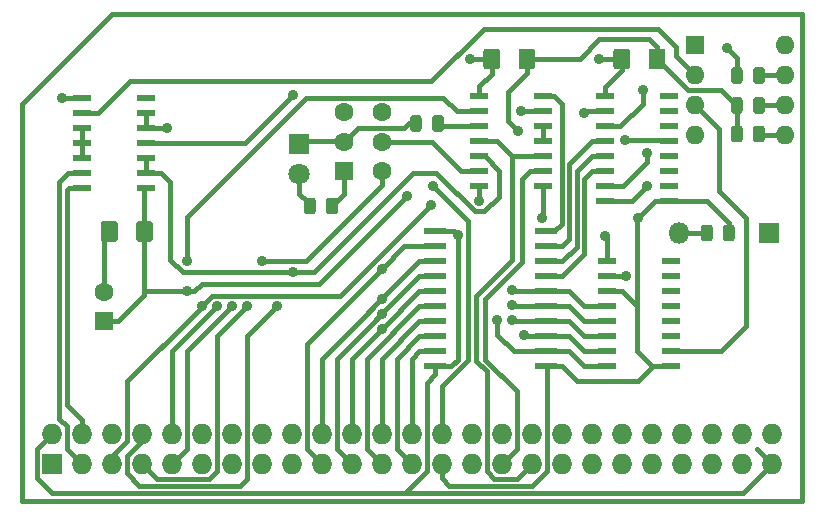
<source format=gbl>
G04 #@! TF.GenerationSoftware,KiCad,Pcbnew,5.0.2+dfsg1-1*
G04 #@! TF.CreationDate,2021-01-23T15:11:15+01:00*
G04 #@! TF.ProjectId,ramcard,72616d63-6172-4642-9e6b-696361645f70,2021*
G04 #@! TF.SameCoordinates,Original*
G04 #@! TF.FileFunction,Copper,L2,Bot*
G04 #@! TF.FilePolarity,Positive*
%FSLAX46Y46*%
G04 Gerber Fmt 4.6, Leading zero omitted, Abs format (unit mm)*
G04 Created by KiCad (PCBNEW 5.0.2+dfsg1-1) date sam. 23 janv. 2021 15:11:15 CET*
%MOMM*%
%LPD*%
G01*
G04 APERTURE LIST*
G04 #@! TA.AperFunction,NonConductor*
%ADD10C,0.381000*%
G04 #@! TD*
G04 #@! TA.AperFunction,ComponentPad*
%ADD11R,1.600000X1.600000*%
G04 #@! TD*
G04 #@! TA.AperFunction,ComponentPad*
%ADD12O,1.600000X1.600000*%
G04 #@! TD*
G04 #@! TA.AperFunction,Conductor*
%ADD13C,0.150000*%
G04 #@! TD*
G04 #@! TA.AperFunction,SMDPad,CuDef*
%ADD14C,0.975000*%
G04 #@! TD*
G04 #@! TA.AperFunction,ComponentPad*
%ADD15C,1.600000*%
G04 #@! TD*
G04 #@! TA.AperFunction,SMDPad,CuDef*
%ADD16R,1.950000X0.600000*%
G04 #@! TD*
G04 #@! TA.AperFunction,SMDPad,CuDef*
%ADD17R,1.500000X0.600000*%
G04 #@! TD*
G04 #@! TA.AperFunction,ComponentPad*
%ADD18R,1.727200X1.727200*%
G04 #@! TD*
G04 #@! TA.AperFunction,ComponentPad*
%ADD19O,1.727200X1.727200*%
G04 #@! TD*
G04 #@! TA.AperFunction,SMDPad,CuDef*
%ADD20C,1.425000*%
G04 #@! TD*
G04 #@! TA.AperFunction,ComponentPad*
%ADD21R,1.800000X1.800000*%
G04 #@! TD*
G04 #@! TA.AperFunction,ComponentPad*
%ADD22C,1.800000*%
G04 #@! TD*
G04 #@! TA.AperFunction,ComponentPad*
%ADD23O,1.800000X1.800000*%
G04 #@! TD*
G04 #@! TA.AperFunction,ViaPad*
%ADD24C,0.889000*%
G04 #@! TD*
G04 #@! TA.AperFunction,Conductor*
%ADD25C,0.381000*%
G04 #@! TD*
G04 APERTURE END LIST*
D10*
X45593000Y-33782000D02*
X53213000Y-26162000D01*
X53213000Y-26162000D02*
X111633000Y-26162000D01*
X45593000Y-33782000D02*
X45593000Y-67437000D01*
X45593000Y-67437000D02*
X111633000Y-67437000D01*
X111633000Y-67437000D02*
X111633000Y-26162000D01*
D11*
G04 #@! TO.P,SW2,1*
G04 #@! TO.N,N/C*
X102616000Y-28829000D03*
D12*
G04 #@! TO.P,SW2,5*
G04 #@! TO.N,/R7EN*
X110236000Y-36449000D03*
G04 #@! TO.P,SW2,2*
G04 #@! TO.N,/A14A15*
X102616000Y-31369000D03*
G04 #@! TO.P,SW2,6*
G04 #@! TO.N,/R0EN*
X110236000Y-33909000D03*
G04 #@! TO.P,SW2,3*
G04 #@! TO.N,Net-(SW2-Pad3)*
X102616000Y-33909000D03*
G04 #@! TO.P,SW2,7*
G04 #@! TO.N,/SWACC*
X110236000Y-31369000D03*
G04 #@! TO.P,SW2,4*
G04 #@! TO.N,Net-(SW2-Pad4)*
X102616000Y-36449000D03*
G04 #@! TO.P,SW2,8*
G04 #@! TO.N,N/C*
X110236000Y-28829000D03*
G04 #@! TD*
D13*
G04 #@! TO.N,/R0EN*
G04 #@! TO.C,R5*
G36*
X108266142Y-33210174D02*
X108289803Y-33213684D01*
X108313007Y-33219496D01*
X108335529Y-33227554D01*
X108357153Y-33237782D01*
X108377670Y-33250079D01*
X108396883Y-33264329D01*
X108414607Y-33280393D01*
X108430671Y-33298117D01*
X108444921Y-33317330D01*
X108457218Y-33337847D01*
X108467446Y-33359471D01*
X108475504Y-33381993D01*
X108481316Y-33405197D01*
X108484826Y-33428858D01*
X108486000Y-33452750D01*
X108486000Y-34365250D01*
X108484826Y-34389142D01*
X108481316Y-34412803D01*
X108475504Y-34436007D01*
X108467446Y-34458529D01*
X108457218Y-34480153D01*
X108444921Y-34500670D01*
X108430671Y-34519883D01*
X108414607Y-34537607D01*
X108396883Y-34553671D01*
X108377670Y-34567921D01*
X108357153Y-34580218D01*
X108335529Y-34590446D01*
X108313007Y-34598504D01*
X108289803Y-34604316D01*
X108266142Y-34607826D01*
X108242250Y-34609000D01*
X107754750Y-34609000D01*
X107730858Y-34607826D01*
X107707197Y-34604316D01*
X107683993Y-34598504D01*
X107661471Y-34590446D01*
X107639847Y-34580218D01*
X107619330Y-34567921D01*
X107600117Y-34553671D01*
X107582393Y-34537607D01*
X107566329Y-34519883D01*
X107552079Y-34500670D01*
X107539782Y-34480153D01*
X107529554Y-34458529D01*
X107521496Y-34436007D01*
X107515684Y-34412803D01*
X107512174Y-34389142D01*
X107511000Y-34365250D01*
X107511000Y-33452750D01*
X107512174Y-33428858D01*
X107515684Y-33405197D01*
X107521496Y-33381993D01*
X107529554Y-33359471D01*
X107539782Y-33337847D01*
X107552079Y-33317330D01*
X107566329Y-33298117D01*
X107582393Y-33280393D01*
X107600117Y-33264329D01*
X107619330Y-33250079D01*
X107639847Y-33237782D01*
X107661471Y-33227554D01*
X107683993Y-33219496D01*
X107707197Y-33213684D01*
X107730858Y-33210174D01*
X107754750Y-33209000D01*
X108242250Y-33209000D01*
X108266142Y-33210174D01*
X108266142Y-33210174D01*
G37*
D14*
G04 #@! TD*
G04 #@! TO.P,R5,1*
G04 #@! TO.N,/R0EN*
X107998500Y-33909000D03*
D13*
G04 #@! TO.N,VCC*
G04 #@! TO.C,R5*
G36*
X106391142Y-33210174D02*
X106414803Y-33213684D01*
X106438007Y-33219496D01*
X106460529Y-33227554D01*
X106482153Y-33237782D01*
X106502670Y-33250079D01*
X106521883Y-33264329D01*
X106539607Y-33280393D01*
X106555671Y-33298117D01*
X106569921Y-33317330D01*
X106582218Y-33337847D01*
X106592446Y-33359471D01*
X106600504Y-33381993D01*
X106606316Y-33405197D01*
X106609826Y-33428858D01*
X106611000Y-33452750D01*
X106611000Y-34365250D01*
X106609826Y-34389142D01*
X106606316Y-34412803D01*
X106600504Y-34436007D01*
X106592446Y-34458529D01*
X106582218Y-34480153D01*
X106569921Y-34500670D01*
X106555671Y-34519883D01*
X106539607Y-34537607D01*
X106521883Y-34553671D01*
X106502670Y-34567921D01*
X106482153Y-34580218D01*
X106460529Y-34590446D01*
X106438007Y-34598504D01*
X106414803Y-34604316D01*
X106391142Y-34607826D01*
X106367250Y-34609000D01*
X105879750Y-34609000D01*
X105855858Y-34607826D01*
X105832197Y-34604316D01*
X105808993Y-34598504D01*
X105786471Y-34590446D01*
X105764847Y-34580218D01*
X105744330Y-34567921D01*
X105725117Y-34553671D01*
X105707393Y-34537607D01*
X105691329Y-34519883D01*
X105677079Y-34500670D01*
X105664782Y-34480153D01*
X105654554Y-34458529D01*
X105646496Y-34436007D01*
X105640684Y-34412803D01*
X105637174Y-34389142D01*
X105636000Y-34365250D01*
X105636000Y-33452750D01*
X105637174Y-33428858D01*
X105640684Y-33405197D01*
X105646496Y-33381993D01*
X105654554Y-33359471D01*
X105664782Y-33337847D01*
X105677079Y-33317330D01*
X105691329Y-33298117D01*
X105707393Y-33280393D01*
X105725117Y-33264329D01*
X105744330Y-33250079D01*
X105764847Y-33237782D01*
X105786471Y-33227554D01*
X105808993Y-33219496D01*
X105832197Y-33213684D01*
X105855858Y-33210174D01*
X105879750Y-33209000D01*
X106367250Y-33209000D01*
X106391142Y-33210174D01*
X106391142Y-33210174D01*
G37*
D14*
G04 #@! TD*
G04 #@! TO.P,R5,2*
G04 #@! TO.N,VCC*
X106123500Y-33909000D03*
D13*
G04 #@! TO.N,/R7EN*
G04 #@! TO.C,R6*
G36*
X108266142Y-35623174D02*
X108289803Y-35626684D01*
X108313007Y-35632496D01*
X108335529Y-35640554D01*
X108357153Y-35650782D01*
X108377670Y-35663079D01*
X108396883Y-35677329D01*
X108414607Y-35693393D01*
X108430671Y-35711117D01*
X108444921Y-35730330D01*
X108457218Y-35750847D01*
X108467446Y-35772471D01*
X108475504Y-35794993D01*
X108481316Y-35818197D01*
X108484826Y-35841858D01*
X108486000Y-35865750D01*
X108486000Y-36778250D01*
X108484826Y-36802142D01*
X108481316Y-36825803D01*
X108475504Y-36849007D01*
X108467446Y-36871529D01*
X108457218Y-36893153D01*
X108444921Y-36913670D01*
X108430671Y-36932883D01*
X108414607Y-36950607D01*
X108396883Y-36966671D01*
X108377670Y-36980921D01*
X108357153Y-36993218D01*
X108335529Y-37003446D01*
X108313007Y-37011504D01*
X108289803Y-37017316D01*
X108266142Y-37020826D01*
X108242250Y-37022000D01*
X107754750Y-37022000D01*
X107730858Y-37020826D01*
X107707197Y-37017316D01*
X107683993Y-37011504D01*
X107661471Y-37003446D01*
X107639847Y-36993218D01*
X107619330Y-36980921D01*
X107600117Y-36966671D01*
X107582393Y-36950607D01*
X107566329Y-36932883D01*
X107552079Y-36913670D01*
X107539782Y-36893153D01*
X107529554Y-36871529D01*
X107521496Y-36849007D01*
X107515684Y-36825803D01*
X107512174Y-36802142D01*
X107511000Y-36778250D01*
X107511000Y-35865750D01*
X107512174Y-35841858D01*
X107515684Y-35818197D01*
X107521496Y-35794993D01*
X107529554Y-35772471D01*
X107539782Y-35750847D01*
X107552079Y-35730330D01*
X107566329Y-35711117D01*
X107582393Y-35693393D01*
X107600117Y-35677329D01*
X107619330Y-35663079D01*
X107639847Y-35650782D01*
X107661471Y-35640554D01*
X107683993Y-35632496D01*
X107707197Y-35626684D01*
X107730858Y-35623174D01*
X107754750Y-35622000D01*
X108242250Y-35622000D01*
X108266142Y-35623174D01*
X108266142Y-35623174D01*
G37*
D14*
G04 #@! TD*
G04 #@! TO.P,R6,1*
G04 #@! TO.N,/R7EN*
X107998500Y-36322000D03*
D13*
G04 #@! TO.N,VCC*
G04 #@! TO.C,R6*
G36*
X106391142Y-35623174D02*
X106414803Y-35626684D01*
X106438007Y-35632496D01*
X106460529Y-35640554D01*
X106482153Y-35650782D01*
X106502670Y-35663079D01*
X106521883Y-35677329D01*
X106539607Y-35693393D01*
X106555671Y-35711117D01*
X106569921Y-35730330D01*
X106582218Y-35750847D01*
X106592446Y-35772471D01*
X106600504Y-35794993D01*
X106606316Y-35818197D01*
X106609826Y-35841858D01*
X106611000Y-35865750D01*
X106611000Y-36778250D01*
X106609826Y-36802142D01*
X106606316Y-36825803D01*
X106600504Y-36849007D01*
X106592446Y-36871529D01*
X106582218Y-36893153D01*
X106569921Y-36913670D01*
X106555671Y-36932883D01*
X106539607Y-36950607D01*
X106521883Y-36966671D01*
X106502670Y-36980921D01*
X106482153Y-36993218D01*
X106460529Y-37003446D01*
X106438007Y-37011504D01*
X106414803Y-37017316D01*
X106391142Y-37020826D01*
X106367250Y-37022000D01*
X105879750Y-37022000D01*
X105855858Y-37020826D01*
X105832197Y-37017316D01*
X105808993Y-37011504D01*
X105786471Y-37003446D01*
X105764847Y-36993218D01*
X105744330Y-36980921D01*
X105725117Y-36966671D01*
X105707393Y-36950607D01*
X105691329Y-36932883D01*
X105677079Y-36913670D01*
X105664782Y-36893153D01*
X105654554Y-36871529D01*
X105646496Y-36849007D01*
X105640684Y-36825803D01*
X105637174Y-36802142D01*
X105636000Y-36778250D01*
X105636000Y-35865750D01*
X105637174Y-35841858D01*
X105640684Y-35818197D01*
X105646496Y-35794993D01*
X105654554Y-35772471D01*
X105664782Y-35750847D01*
X105677079Y-35730330D01*
X105691329Y-35711117D01*
X105707393Y-35693393D01*
X105725117Y-35677329D01*
X105744330Y-35663079D01*
X105764847Y-35650782D01*
X105786471Y-35640554D01*
X105808993Y-35632496D01*
X105832197Y-35626684D01*
X105855858Y-35623174D01*
X105879750Y-35622000D01*
X106367250Y-35622000D01*
X106391142Y-35623174D01*
X106391142Y-35623174D01*
G37*
D14*
G04 #@! TD*
G04 #@! TO.P,R6,2*
G04 #@! TO.N,VCC*
X106123500Y-36322000D03*
D13*
G04 #@! TO.N,GND*
G04 #@! TO.C,R2*
G36*
X106391142Y-30670174D02*
X106414803Y-30673684D01*
X106438007Y-30679496D01*
X106460529Y-30687554D01*
X106482153Y-30697782D01*
X106502670Y-30710079D01*
X106521883Y-30724329D01*
X106539607Y-30740393D01*
X106555671Y-30758117D01*
X106569921Y-30777330D01*
X106582218Y-30797847D01*
X106592446Y-30819471D01*
X106600504Y-30841993D01*
X106606316Y-30865197D01*
X106609826Y-30888858D01*
X106611000Y-30912750D01*
X106611000Y-31825250D01*
X106609826Y-31849142D01*
X106606316Y-31872803D01*
X106600504Y-31896007D01*
X106592446Y-31918529D01*
X106582218Y-31940153D01*
X106569921Y-31960670D01*
X106555671Y-31979883D01*
X106539607Y-31997607D01*
X106521883Y-32013671D01*
X106502670Y-32027921D01*
X106482153Y-32040218D01*
X106460529Y-32050446D01*
X106438007Y-32058504D01*
X106414803Y-32064316D01*
X106391142Y-32067826D01*
X106367250Y-32069000D01*
X105879750Y-32069000D01*
X105855858Y-32067826D01*
X105832197Y-32064316D01*
X105808993Y-32058504D01*
X105786471Y-32050446D01*
X105764847Y-32040218D01*
X105744330Y-32027921D01*
X105725117Y-32013671D01*
X105707393Y-31997607D01*
X105691329Y-31979883D01*
X105677079Y-31960670D01*
X105664782Y-31940153D01*
X105654554Y-31918529D01*
X105646496Y-31896007D01*
X105640684Y-31872803D01*
X105637174Y-31849142D01*
X105636000Y-31825250D01*
X105636000Y-30912750D01*
X105637174Y-30888858D01*
X105640684Y-30865197D01*
X105646496Y-30841993D01*
X105654554Y-30819471D01*
X105664782Y-30797847D01*
X105677079Y-30777330D01*
X105691329Y-30758117D01*
X105707393Y-30740393D01*
X105725117Y-30724329D01*
X105744330Y-30710079D01*
X105764847Y-30697782D01*
X105786471Y-30687554D01*
X105808993Y-30679496D01*
X105832197Y-30673684D01*
X105855858Y-30670174D01*
X105879750Y-30669000D01*
X106367250Y-30669000D01*
X106391142Y-30670174D01*
X106391142Y-30670174D01*
G37*
D14*
G04 #@! TD*
G04 #@! TO.P,R2,2*
G04 #@! TO.N,GND*
X106123500Y-31369000D03*
D13*
G04 #@! TO.N,/SWACC*
G04 #@! TO.C,R2*
G36*
X108266142Y-30670174D02*
X108289803Y-30673684D01*
X108313007Y-30679496D01*
X108335529Y-30687554D01*
X108357153Y-30697782D01*
X108377670Y-30710079D01*
X108396883Y-30724329D01*
X108414607Y-30740393D01*
X108430671Y-30758117D01*
X108444921Y-30777330D01*
X108457218Y-30797847D01*
X108467446Y-30819471D01*
X108475504Y-30841993D01*
X108481316Y-30865197D01*
X108484826Y-30888858D01*
X108486000Y-30912750D01*
X108486000Y-31825250D01*
X108484826Y-31849142D01*
X108481316Y-31872803D01*
X108475504Y-31896007D01*
X108467446Y-31918529D01*
X108457218Y-31940153D01*
X108444921Y-31960670D01*
X108430671Y-31979883D01*
X108414607Y-31997607D01*
X108396883Y-32013671D01*
X108377670Y-32027921D01*
X108357153Y-32040218D01*
X108335529Y-32050446D01*
X108313007Y-32058504D01*
X108289803Y-32064316D01*
X108266142Y-32067826D01*
X108242250Y-32069000D01*
X107754750Y-32069000D01*
X107730858Y-32067826D01*
X107707197Y-32064316D01*
X107683993Y-32058504D01*
X107661471Y-32050446D01*
X107639847Y-32040218D01*
X107619330Y-32027921D01*
X107600117Y-32013671D01*
X107582393Y-31997607D01*
X107566329Y-31979883D01*
X107552079Y-31960670D01*
X107539782Y-31940153D01*
X107529554Y-31918529D01*
X107521496Y-31896007D01*
X107515684Y-31872803D01*
X107512174Y-31849142D01*
X107511000Y-31825250D01*
X107511000Y-30912750D01*
X107512174Y-30888858D01*
X107515684Y-30865197D01*
X107521496Y-30841993D01*
X107529554Y-30819471D01*
X107539782Y-30797847D01*
X107552079Y-30777330D01*
X107566329Y-30758117D01*
X107582393Y-30740393D01*
X107600117Y-30724329D01*
X107619330Y-30710079D01*
X107639847Y-30697782D01*
X107661471Y-30687554D01*
X107683993Y-30679496D01*
X107707197Y-30673684D01*
X107730858Y-30670174D01*
X107754750Y-30669000D01*
X108242250Y-30669000D01*
X108266142Y-30670174D01*
X108266142Y-30670174D01*
G37*
D14*
G04 #@! TD*
G04 #@! TO.P,R2,1*
G04 #@! TO.N,/SWACC*
X107998500Y-31369000D03*
D13*
G04 #@! TO.N,Net-(D1-Pad2)*
G04 #@! TO.C,R1*
G36*
X70244642Y-41719174D02*
X70268303Y-41722684D01*
X70291507Y-41728496D01*
X70314029Y-41736554D01*
X70335653Y-41746782D01*
X70356170Y-41759079D01*
X70375383Y-41773329D01*
X70393107Y-41789393D01*
X70409171Y-41807117D01*
X70423421Y-41826330D01*
X70435718Y-41846847D01*
X70445946Y-41868471D01*
X70454004Y-41890993D01*
X70459816Y-41914197D01*
X70463326Y-41937858D01*
X70464500Y-41961750D01*
X70464500Y-42874250D01*
X70463326Y-42898142D01*
X70459816Y-42921803D01*
X70454004Y-42945007D01*
X70445946Y-42967529D01*
X70435718Y-42989153D01*
X70423421Y-43009670D01*
X70409171Y-43028883D01*
X70393107Y-43046607D01*
X70375383Y-43062671D01*
X70356170Y-43076921D01*
X70335653Y-43089218D01*
X70314029Y-43099446D01*
X70291507Y-43107504D01*
X70268303Y-43113316D01*
X70244642Y-43116826D01*
X70220750Y-43118000D01*
X69733250Y-43118000D01*
X69709358Y-43116826D01*
X69685697Y-43113316D01*
X69662493Y-43107504D01*
X69639971Y-43099446D01*
X69618347Y-43089218D01*
X69597830Y-43076921D01*
X69578617Y-43062671D01*
X69560893Y-43046607D01*
X69544829Y-43028883D01*
X69530579Y-43009670D01*
X69518282Y-42989153D01*
X69508054Y-42967529D01*
X69499996Y-42945007D01*
X69494184Y-42921803D01*
X69490674Y-42898142D01*
X69489500Y-42874250D01*
X69489500Y-41961750D01*
X69490674Y-41937858D01*
X69494184Y-41914197D01*
X69499996Y-41890993D01*
X69508054Y-41868471D01*
X69518282Y-41846847D01*
X69530579Y-41826330D01*
X69544829Y-41807117D01*
X69560893Y-41789393D01*
X69578617Y-41773329D01*
X69597830Y-41759079D01*
X69618347Y-41746782D01*
X69639971Y-41736554D01*
X69662493Y-41728496D01*
X69685697Y-41722684D01*
X69709358Y-41719174D01*
X69733250Y-41718000D01*
X70220750Y-41718000D01*
X70244642Y-41719174D01*
X70244642Y-41719174D01*
G37*
D14*
G04 #@! TD*
G04 #@! TO.P,R1,2*
G04 #@! TO.N,Net-(D1-Pad2)*
X69977000Y-42418000D03*
D13*
G04 #@! TO.N,VCC*
G04 #@! TO.C,R1*
G36*
X72119642Y-41719174D02*
X72143303Y-41722684D01*
X72166507Y-41728496D01*
X72189029Y-41736554D01*
X72210653Y-41746782D01*
X72231170Y-41759079D01*
X72250383Y-41773329D01*
X72268107Y-41789393D01*
X72284171Y-41807117D01*
X72298421Y-41826330D01*
X72310718Y-41846847D01*
X72320946Y-41868471D01*
X72329004Y-41890993D01*
X72334816Y-41914197D01*
X72338326Y-41937858D01*
X72339500Y-41961750D01*
X72339500Y-42874250D01*
X72338326Y-42898142D01*
X72334816Y-42921803D01*
X72329004Y-42945007D01*
X72320946Y-42967529D01*
X72310718Y-42989153D01*
X72298421Y-43009670D01*
X72284171Y-43028883D01*
X72268107Y-43046607D01*
X72250383Y-43062671D01*
X72231170Y-43076921D01*
X72210653Y-43089218D01*
X72189029Y-43099446D01*
X72166507Y-43107504D01*
X72143303Y-43113316D01*
X72119642Y-43116826D01*
X72095750Y-43118000D01*
X71608250Y-43118000D01*
X71584358Y-43116826D01*
X71560697Y-43113316D01*
X71537493Y-43107504D01*
X71514971Y-43099446D01*
X71493347Y-43089218D01*
X71472830Y-43076921D01*
X71453617Y-43062671D01*
X71435893Y-43046607D01*
X71419829Y-43028883D01*
X71405579Y-43009670D01*
X71393282Y-42989153D01*
X71383054Y-42967529D01*
X71374996Y-42945007D01*
X71369184Y-42921803D01*
X71365674Y-42898142D01*
X71364500Y-42874250D01*
X71364500Y-41961750D01*
X71365674Y-41937858D01*
X71369184Y-41914197D01*
X71374996Y-41890993D01*
X71383054Y-41868471D01*
X71393282Y-41846847D01*
X71405579Y-41826330D01*
X71419829Y-41807117D01*
X71435893Y-41789393D01*
X71453617Y-41773329D01*
X71472830Y-41759079D01*
X71493347Y-41746782D01*
X71514971Y-41736554D01*
X71537493Y-41728496D01*
X71560697Y-41722684D01*
X71584358Y-41719174D01*
X71608250Y-41718000D01*
X72095750Y-41718000D01*
X72119642Y-41719174D01*
X72119642Y-41719174D01*
G37*
D14*
G04 #@! TD*
G04 #@! TO.P,R1,1*
G04 #@! TO.N,VCC*
X71852000Y-42418000D03*
D13*
G04 #@! TO.N,VCC*
G04 #@! TO.C,R4*
G36*
X105726142Y-44005174D02*
X105749803Y-44008684D01*
X105773007Y-44014496D01*
X105795529Y-44022554D01*
X105817153Y-44032782D01*
X105837670Y-44045079D01*
X105856883Y-44059329D01*
X105874607Y-44075393D01*
X105890671Y-44093117D01*
X105904921Y-44112330D01*
X105917218Y-44132847D01*
X105927446Y-44154471D01*
X105935504Y-44176993D01*
X105941316Y-44200197D01*
X105944826Y-44223858D01*
X105946000Y-44247750D01*
X105946000Y-45160250D01*
X105944826Y-45184142D01*
X105941316Y-45207803D01*
X105935504Y-45231007D01*
X105927446Y-45253529D01*
X105917218Y-45275153D01*
X105904921Y-45295670D01*
X105890671Y-45314883D01*
X105874607Y-45332607D01*
X105856883Y-45348671D01*
X105837670Y-45362921D01*
X105817153Y-45375218D01*
X105795529Y-45385446D01*
X105773007Y-45393504D01*
X105749803Y-45399316D01*
X105726142Y-45402826D01*
X105702250Y-45404000D01*
X105214750Y-45404000D01*
X105190858Y-45402826D01*
X105167197Y-45399316D01*
X105143993Y-45393504D01*
X105121471Y-45385446D01*
X105099847Y-45375218D01*
X105079330Y-45362921D01*
X105060117Y-45348671D01*
X105042393Y-45332607D01*
X105026329Y-45314883D01*
X105012079Y-45295670D01*
X104999782Y-45275153D01*
X104989554Y-45253529D01*
X104981496Y-45231007D01*
X104975684Y-45207803D01*
X104972174Y-45184142D01*
X104971000Y-45160250D01*
X104971000Y-44247750D01*
X104972174Y-44223858D01*
X104975684Y-44200197D01*
X104981496Y-44176993D01*
X104989554Y-44154471D01*
X104999782Y-44132847D01*
X105012079Y-44112330D01*
X105026329Y-44093117D01*
X105042393Y-44075393D01*
X105060117Y-44059329D01*
X105079330Y-44045079D01*
X105099847Y-44032782D01*
X105121471Y-44022554D01*
X105143993Y-44014496D01*
X105167197Y-44008684D01*
X105190858Y-44005174D01*
X105214750Y-44004000D01*
X105702250Y-44004000D01*
X105726142Y-44005174D01*
X105726142Y-44005174D01*
G37*
D14*
G04 #@! TD*
G04 #@! TO.P,R4,2*
G04 #@! TO.N,VCC*
X105458500Y-44704000D03*
D13*
G04 #@! TO.N,Net-(D13-Pad2)*
G04 #@! TO.C,R4*
G36*
X103851142Y-44005174D02*
X103874803Y-44008684D01*
X103898007Y-44014496D01*
X103920529Y-44022554D01*
X103942153Y-44032782D01*
X103962670Y-44045079D01*
X103981883Y-44059329D01*
X103999607Y-44075393D01*
X104015671Y-44093117D01*
X104029921Y-44112330D01*
X104042218Y-44132847D01*
X104052446Y-44154471D01*
X104060504Y-44176993D01*
X104066316Y-44200197D01*
X104069826Y-44223858D01*
X104071000Y-44247750D01*
X104071000Y-45160250D01*
X104069826Y-45184142D01*
X104066316Y-45207803D01*
X104060504Y-45231007D01*
X104052446Y-45253529D01*
X104042218Y-45275153D01*
X104029921Y-45295670D01*
X104015671Y-45314883D01*
X103999607Y-45332607D01*
X103981883Y-45348671D01*
X103962670Y-45362921D01*
X103942153Y-45375218D01*
X103920529Y-45385446D01*
X103898007Y-45393504D01*
X103874803Y-45399316D01*
X103851142Y-45402826D01*
X103827250Y-45404000D01*
X103339750Y-45404000D01*
X103315858Y-45402826D01*
X103292197Y-45399316D01*
X103268993Y-45393504D01*
X103246471Y-45385446D01*
X103224847Y-45375218D01*
X103204330Y-45362921D01*
X103185117Y-45348671D01*
X103167393Y-45332607D01*
X103151329Y-45314883D01*
X103137079Y-45295670D01*
X103124782Y-45275153D01*
X103114554Y-45253529D01*
X103106496Y-45231007D01*
X103100684Y-45207803D01*
X103097174Y-45184142D01*
X103096000Y-45160250D01*
X103096000Y-44247750D01*
X103097174Y-44223858D01*
X103100684Y-44200197D01*
X103106496Y-44176993D01*
X103114554Y-44154471D01*
X103124782Y-44132847D01*
X103137079Y-44112330D01*
X103151329Y-44093117D01*
X103167393Y-44075393D01*
X103185117Y-44059329D01*
X103204330Y-44045079D01*
X103224847Y-44032782D01*
X103246471Y-44022554D01*
X103268993Y-44014496D01*
X103292197Y-44008684D01*
X103315858Y-44005174D01*
X103339750Y-44004000D01*
X103827250Y-44004000D01*
X103851142Y-44005174D01*
X103851142Y-44005174D01*
G37*
D14*
G04 #@! TD*
G04 #@! TO.P,R4,1*
G04 #@! TO.N,Net-(D13-Pad2)*
X103583500Y-44704000D03*
D13*
G04 #@! TO.N,Net-(D1-Pad1)*
G04 #@! TO.C,R3*
G36*
X79213142Y-34734174D02*
X79236803Y-34737684D01*
X79260007Y-34743496D01*
X79282529Y-34751554D01*
X79304153Y-34761782D01*
X79324670Y-34774079D01*
X79343883Y-34788329D01*
X79361607Y-34804393D01*
X79377671Y-34822117D01*
X79391921Y-34841330D01*
X79404218Y-34861847D01*
X79414446Y-34883471D01*
X79422504Y-34905993D01*
X79428316Y-34929197D01*
X79431826Y-34952858D01*
X79433000Y-34976750D01*
X79433000Y-35889250D01*
X79431826Y-35913142D01*
X79428316Y-35936803D01*
X79422504Y-35960007D01*
X79414446Y-35982529D01*
X79404218Y-36004153D01*
X79391921Y-36024670D01*
X79377671Y-36043883D01*
X79361607Y-36061607D01*
X79343883Y-36077671D01*
X79324670Y-36091921D01*
X79304153Y-36104218D01*
X79282529Y-36114446D01*
X79260007Y-36122504D01*
X79236803Y-36128316D01*
X79213142Y-36131826D01*
X79189250Y-36133000D01*
X78701750Y-36133000D01*
X78677858Y-36131826D01*
X78654197Y-36128316D01*
X78630993Y-36122504D01*
X78608471Y-36114446D01*
X78586847Y-36104218D01*
X78566330Y-36091921D01*
X78547117Y-36077671D01*
X78529393Y-36061607D01*
X78513329Y-36043883D01*
X78499079Y-36024670D01*
X78486782Y-36004153D01*
X78476554Y-35982529D01*
X78468496Y-35960007D01*
X78462684Y-35936803D01*
X78459174Y-35913142D01*
X78458000Y-35889250D01*
X78458000Y-34976750D01*
X78459174Y-34952858D01*
X78462684Y-34929197D01*
X78468496Y-34905993D01*
X78476554Y-34883471D01*
X78486782Y-34861847D01*
X78499079Y-34841330D01*
X78513329Y-34822117D01*
X78529393Y-34804393D01*
X78547117Y-34788329D01*
X78566330Y-34774079D01*
X78586847Y-34761782D01*
X78608471Y-34751554D01*
X78630993Y-34743496D01*
X78654197Y-34737684D01*
X78677858Y-34734174D01*
X78701750Y-34733000D01*
X79189250Y-34733000D01*
X79213142Y-34734174D01*
X79213142Y-34734174D01*
G37*
D14*
G04 #@! TD*
G04 #@! TO.P,R3,1*
G04 #@! TO.N,Net-(D1-Pad1)*
X78945500Y-35433000D03*
D13*
G04 #@! TO.N,Net-(R3-Pad2)*
G04 #@! TO.C,R3*
G36*
X81088142Y-34734174D02*
X81111803Y-34737684D01*
X81135007Y-34743496D01*
X81157529Y-34751554D01*
X81179153Y-34761782D01*
X81199670Y-34774079D01*
X81218883Y-34788329D01*
X81236607Y-34804393D01*
X81252671Y-34822117D01*
X81266921Y-34841330D01*
X81279218Y-34861847D01*
X81289446Y-34883471D01*
X81297504Y-34905993D01*
X81303316Y-34929197D01*
X81306826Y-34952858D01*
X81308000Y-34976750D01*
X81308000Y-35889250D01*
X81306826Y-35913142D01*
X81303316Y-35936803D01*
X81297504Y-35960007D01*
X81289446Y-35982529D01*
X81279218Y-36004153D01*
X81266921Y-36024670D01*
X81252671Y-36043883D01*
X81236607Y-36061607D01*
X81218883Y-36077671D01*
X81199670Y-36091921D01*
X81179153Y-36104218D01*
X81157529Y-36114446D01*
X81135007Y-36122504D01*
X81111803Y-36128316D01*
X81088142Y-36131826D01*
X81064250Y-36133000D01*
X80576750Y-36133000D01*
X80552858Y-36131826D01*
X80529197Y-36128316D01*
X80505993Y-36122504D01*
X80483471Y-36114446D01*
X80461847Y-36104218D01*
X80441330Y-36091921D01*
X80422117Y-36077671D01*
X80404393Y-36061607D01*
X80388329Y-36043883D01*
X80374079Y-36024670D01*
X80361782Y-36004153D01*
X80351554Y-35982529D01*
X80343496Y-35960007D01*
X80337684Y-35936803D01*
X80334174Y-35913142D01*
X80333000Y-35889250D01*
X80333000Y-34976750D01*
X80334174Y-34952858D01*
X80337684Y-34929197D01*
X80343496Y-34905993D01*
X80351554Y-34883471D01*
X80361782Y-34861847D01*
X80374079Y-34841330D01*
X80388329Y-34822117D01*
X80404393Y-34804393D01*
X80422117Y-34788329D01*
X80441330Y-34774079D01*
X80461847Y-34761782D01*
X80483471Y-34751554D01*
X80505993Y-34743496D01*
X80529197Y-34737684D01*
X80552858Y-34734174D01*
X80576750Y-34733000D01*
X81064250Y-34733000D01*
X81088142Y-34734174D01*
X81088142Y-34734174D01*
G37*
D14*
G04 #@! TD*
G04 #@! TO.P,R3,2*
G04 #@! TO.N,Net-(R3-Pad2)*
X80820500Y-35433000D03*
D11*
G04 #@! TO.P,SW1,1*
G04 #@! TO.N,VCC*
X72898000Y-39497000D03*
D15*
G04 #@! TO.P,SW1,2*
G04 #@! TO.N,Net-(D1-Pad1)*
X72898000Y-36997000D03*
G04 #@! TO.P,SW1,3*
G04 #@! TO.N,GND*
X72898000Y-34497000D03*
G04 #@! TO.P,SW1,4*
G04 #@! TO.N,ROMEN*
X76098000Y-39497000D03*
G04 #@! TO.P,SW1,5*
G04 #@! TO.N,/RDWR*
X76098000Y-36997000D03*
G04 #@! TO.P,SW1,6*
G04 #@! TO.N,MREQ*
X76098000Y-34497000D03*
G04 #@! TD*
D16*
G04 #@! TO.P,U1,1*
G04 #@! TO.N,GND*
X80593000Y-56007000D03*
G04 #@! TO.P,U1,2*
G04 #@! TO.N,/D0*
X80593000Y-54737000D03*
G04 #@! TO.P,U1,3*
G04 #@! TO.N,/D1*
X80593000Y-53467000D03*
G04 #@! TO.P,U1,4*
G04 #@! TO.N,/D2*
X80593000Y-52197000D03*
G04 #@! TO.P,U1,5*
G04 #@! TO.N,/D3*
X80593000Y-50927000D03*
G04 #@! TO.P,U1,6*
G04 #@! TO.N,/D4*
X80593000Y-49657000D03*
G04 #@! TO.P,U1,7*
G04 #@! TO.N,/D5*
X80593000Y-48387000D03*
G04 #@! TO.P,U1,8*
G04 #@! TO.N,/D6*
X80593000Y-47117000D03*
G04 #@! TO.P,U1,9*
G04 #@! TO.N,/D7*
X80593000Y-45847000D03*
G04 #@! TO.P,U1,10*
G04 #@! TO.N,GND*
X80593000Y-44577000D03*
G04 #@! TO.P,U1,11*
G04 #@! TO.N,ROMSEL*
X89993000Y-44577000D03*
G04 #@! TO.P,U1,12*
G04 #@! TO.N,/Q7*
X89993000Y-45847000D03*
G04 #@! TO.P,U1,13*
G04 #@! TO.N,/Q6*
X89993000Y-47117000D03*
G04 #@! TO.P,U1,14*
G04 #@! TO.N,/Q5*
X89993000Y-48387000D03*
G04 #@! TO.P,U1,15*
G04 #@! TO.N,/Q4*
X89993000Y-49657000D03*
G04 #@! TO.P,U1,16*
G04 #@! TO.N,/Q3*
X89993000Y-50927000D03*
G04 #@! TO.P,U1,17*
G04 #@! TO.N,/Q2*
X89993000Y-52197000D03*
G04 #@! TO.P,U1,18*
G04 #@! TO.N,/Q1*
X89993000Y-53467000D03*
G04 #@! TO.P,U1,19*
G04 #@! TO.N,/Q0*
X89993000Y-54737000D03*
G04 #@! TO.P,U1,20*
G04 #@! TO.N,VCC*
X89993000Y-56007000D03*
G04 #@! TD*
D17*
G04 #@! TO.P,U2,1*
G04 #@! TO.N,/ROMACC*
X84328000Y-40767000D03*
G04 #@! TO.P,U2,2*
G04 #@! TO.N,/RDWR*
X84328000Y-39497000D03*
G04 #@! TO.P,U2,3*
G04 #@! TO.N,//CE*
X84328000Y-38227000D03*
G04 #@! TO.P,U2,4*
G04 #@! TO.N,WR*
X84328000Y-36957000D03*
G04 #@! TO.P,U2,5*
G04 #@! TO.N,Net-(R3-Pad2)*
X84328000Y-35687000D03*
G04 #@! TO.P,U2,6*
G04 #@! TO.N,//WE*
X84328000Y-34417000D03*
G04 #@! TO.P,U2,7*
G04 #@! TO.N,GND*
X84328000Y-33147000D03*
G04 #@! TO.P,U2,8*
G04 #@! TO.N,ROMSEL*
X89728000Y-33147000D03*
G04 #@! TO.P,U2,9*
G04 #@! TO.N,/A13*
X89728000Y-34417000D03*
G04 #@! TO.P,U2,10*
G04 #@! TO.N,Net-(U2-Pad10)*
X89728000Y-35687000D03*
G04 #@! TO.P,U2,11*
X89728000Y-36957000D03*
G04 #@! TO.P,U2,12*
G04 #@! TO.N,WR*
X89728000Y-38227000D03*
G04 #@! TO.P,U2,13*
G04 #@! TO.N,IORQ*
X89728000Y-39497000D03*
G04 #@! TO.P,U2,14*
G04 #@! TO.N,VCC*
X89728000Y-40767000D03*
G04 #@! TD*
G04 #@! TO.P,U4,14*
G04 #@! TO.N,VCC*
X56073000Y-40894000D03*
G04 #@! TO.P,U4,13*
G04 #@! TO.N,//CE*
X56073000Y-39624000D03*
G04 #@! TO.P,U4,12*
X56073000Y-38354000D03*
G04 #@! TO.P,U4,11*
G04 #@! TO.N,Net-(D13-Pad2)*
X56073000Y-37084000D03*
G04 #@! TO.P,U4,10*
G04 #@! TO.N,GND*
X56073000Y-35814000D03*
G04 #@! TO.P,U4,9*
X56073000Y-34544000D03*
G04 #@! TO.P,U4,8*
G04 #@! TO.N,N/C*
X56073000Y-33274000D03*
G04 #@! TO.P,U4,7*
G04 #@! TO.N,GND*
X50673000Y-33274000D03*
G04 #@! TO.P,U4,6*
G04 #@! TO.N,/A14A15*
X50673000Y-34544000D03*
G04 #@! TO.P,U4,5*
G04 #@! TO.N,Net-(U4-Pad3)*
X50673000Y-35814000D03*
G04 #@! TO.P,U4,4*
X50673000Y-37084000D03*
G04 #@! TO.P,U4,3*
X50673000Y-38354000D03*
G04 #@! TO.P,U4,2*
G04 #@! TO.N,/A15*
X50673000Y-39624000D03*
G04 #@! TO.P,U4,1*
G04 #@! TO.N,/A14*
X50673000Y-40894000D03*
G04 #@! TD*
G04 #@! TO.P,U5,16*
G04 #@! TO.N,VCC*
X100363000Y-42037000D03*
G04 #@! TO.P,U5,15*
G04 #@! TO.N,N/C*
X100363000Y-40767000D03*
G04 #@! TO.P,U5,14*
X100363000Y-39497000D03*
G04 #@! TO.P,U5,13*
X100363000Y-38227000D03*
G04 #@! TO.P,U5,12*
G04 #@! TO.N,Net-(JP3-Pad1)*
X100363000Y-36957000D03*
G04 #@! TO.P,U5,11*
G04 #@! TO.N,N/C*
X100363000Y-35687000D03*
G04 #@! TO.P,U5,10*
X100363000Y-34417000D03*
G04 #@! TO.P,U5,9*
X100363000Y-33147000D03*
G04 #@! TO.P,U5,8*
G04 #@! TO.N,GND*
X94963000Y-33147000D03*
G04 #@! TO.P,U5,7*
G04 #@! TO.N,Net-(JP4-Pad1)*
X94963000Y-34417000D03*
G04 #@! TO.P,U5,6*
G04 #@! TO.N,/SWACC*
X94963000Y-35687000D03*
G04 #@! TO.P,U5,5*
G04 #@! TO.N,/Q7*
X94963000Y-36957000D03*
G04 #@! TO.P,U5,4*
G04 #@! TO.N,/Q6*
X94963000Y-38227000D03*
G04 #@! TO.P,U5,3*
G04 #@! TO.N,/Q5*
X94963000Y-39497000D03*
G04 #@! TO.P,U5,2*
G04 #@! TO.N,/R0EN*
X94963000Y-40767000D03*
G04 #@! TO.P,U5,1*
G04 #@! TO.N,/R7EN*
X94963000Y-42037000D03*
G04 #@! TD*
D18*
G04 #@! TO.P,P1,1*
G04 #@! TO.N,N/C*
X48133000Y-64262000D03*
D19*
G04 #@! TO.P,P1,2*
G04 #@! TO.N,GND*
X48133000Y-61722000D03*
G04 #@! TO.P,P1,3*
G04 #@! TO.N,/A15*
X50673000Y-64262000D03*
G04 #@! TO.P,P1,4*
G04 #@! TO.N,/A14*
X50673000Y-61722000D03*
G04 #@! TO.P,P1,5*
G04 #@! TO.N,/A13*
X53213000Y-64262000D03*
G04 #@! TO.P,P1,6*
G04 #@! TO.N,/A12*
X53213000Y-61722000D03*
G04 #@! TO.P,P1,7*
G04 #@! TO.N,/A11*
X55753000Y-64262000D03*
G04 #@! TO.P,P1,8*
G04 #@! TO.N,/A10*
X55753000Y-61722000D03*
G04 #@! TO.P,P1,9*
G04 #@! TO.N,/A9*
X58293000Y-64262000D03*
G04 #@! TO.P,P1,10*
G04 #@! TO.N,/A8*
X58293000Y-61722000D03*
G04 #@! TO.P,P1,11*
G04 #@! TO.N,/A7*
X60833000Y-64262000D03*
G04 #@! TO.P,P1,12*
G04 #@! TO.N,/A6*
X60833000Y-61722000D03*
G04 #@! TO.P,P1,13*
G04 #@! TO.N,/A5*
X63373000Y-64262000D03*
G04 #@! TO.P,P1,14*
G04 #@! TO.N,/A4*
X63373000Y-61722000D03*
G04 #@! TO.P,P1,15*
G04 #@! TO.N,/A3*
X65913000Y-64262000D03*
G04 #@! TO.P,P1,16*
G04 #@! TO.N,/A2*
X65913000Y-61722000D03*
G04 #@! TO.P,P1,17*
G04 #@! TO.N,/A1*
X68453000Y-64262000D03*
G04 #@! TO.P,P1,18*
G04 #@! TO.N,/A0*
X68453000Y-61722000D03*
G04 #@! TO.P,P1,19*
G04 #@! TO.N,/D7*
X70993000Y-64262000D03*
G04 #@! TO.P,P1,20*
G04 #@! TO.N,/D6*
X70993000Y-61722000D03*
G04 #@! TO.P,P1,21*
G04 #@! TO.N,/D5*
X73533000Y-64262000D03*
G04 #@! TO.P,P1,22*
G04 #@! TO.N,/D4*
X73533000Y-61722000D03*
G04 #@! TO.P,P1,23*
G04 #@! TO.N,/D3*
X76073000Y-64262000D03*
G04 #@! TO.P,P1,24*
G04 #@! TO.N,/D2*
X76073000Y-61722000D03*
G04 #@! TO.P,P1,25*
G04 #@! TO.N,/D1*
X78613000Y-64262000D03*
G04 #@! TO.P,P1,26*
G04 #@! TO.N,/D0*
X78613000Y-61722000D03*
G04 #@! TO.P,P1,27*
G04 #@! TO.N,VCC*
X81153000Y-64262000D03*
G04 #@! TO.P,P1,28*
G04 #@! TO.N,MREQ*
X81153000Y-61722000D03*
G04 #@! TO.P,P1,29*
G04 #@! TO.N,N/C*
X83693000Y-64262000D03*
G04 #@! TO.P,P1,30*
X83693000Y-61722000D03*
G04 #@! TO.P,P1,31*
G04 #@! TO.N,IORQ*
X86233000Y-64262000D03*
G04 #@! TO.P,P1,32*
G04 #@! TO.N,N/C*
X86233000Y-61722000D03*
G04 #@! TO.P,P1,33*
G04 #@! TO.N,WR*
X88773000Y-64262000D03*
G04 #@! TO.P,P1,34*
G04 #@! TO.N,N/C*
X88773000Y-61722000D03*
G04 #@! TO.P,P1,35*
X91313000Y-64262000D03*
G04 #@! TO.P,P1,36*
X91313000Y-61722000D03*
G04 #@! TO.P,P1,37*
X93853000Y-64262000D03*
G04 #@! TO.P,P1,38*
X93853000Y-61722000D03*
G04 #@! TO.P,P1,39*
X96393000Y-64262000D03*
G04 #@! TO.P,P1,40*
G04 #@! TO.N,/BUSRESET*
X96393000Y-61722000D03*
G04 #@! TO.P,P1,41*
G04 #@! TO.N,N/C*
X98933000Y-64262000D03*
G04 #@! TO.P,P1,42*
G04 #@! TO.N,ROMEN*
X98933000Y-61722000D03*
G04 #@! TO.P,P1,43*
G04 #@! TO.N,ROMDIS*
X101473000Y-64262000D03*
G04 #@! TO.P,P1,44*
G04 #@! TO.N,N/C*
X101473000Y-61722000D03*
G04 #@! TO.P,P1,45*
X104013000Y-64262000D03*
G04 #@! TO.P,P1,46*
X104013000Y-61722000D03*
G04 #@! TO.P,P1,47*
X106553000Y-64262000D03*
G04 #@! TO.P,P1,48*
X106553000Y-61722000D03*
G04 #@! TO.P,P1,49*
G04 #@! TO.N,GND*
X109093000Y-64262000D03*
G04 #@! TO.P,P1,50*
G04 #@! TO.N,N/C*
X109093000Y-61722000D03*
G04 #@! TD*
D13*
G04 #@! TO.N,VCC*
G04 #@! TO.C,C2*
G36*
X56457504Y-43703204D02*
X56481773Y-43706804D01*
X56505571Y-43712765D01*
X56528671Y-43721030D01*
X56550849Y-43731520D01*
X56571893Y-43744133D01*
X56591598Y-43758747D01*
X56609777Y-43775223D01*
X56626253Y-43793402D01*
X56640867Y-43813107D01*
X56653480Y-43834151D01*
X56663970Y-43856329D01*
X56672235Y-43879429D01*
X56678196Y-43903227D01*
X56681796Y-43927496D01*
X56683000Y-43952000D01*
X56683000Y-45202000D01*
X56681796Y-45226504D01*
X56678196Y-45250773D01*
X56672235Y-45274571D01*
X56663970Y-45297671D01*
X56653480Y-45319849D01*
X56640867Y-45340893D01*
X56626253Y-45360598D01*
X56609777Y-45378777D01*
X56591598Y-45395253D01*
X56571893Y-45409867D01*
X56550849Y-45422480D01*
X56528671Y-45432970D01*
X56505571Y-45441235D01*
X56481773Y-45447196D01*
X56457504Y-45450796D01*
X56433000Y-45452000D01*
X55508000Y-45452000D01*
X55483496Y-45450796D01*
X55459227Y-45447196D01*
X55435429Y-45441235D01*
X55412329Y-45432970D01*
X55390151Y-45422480D01*
X55369107Y-45409867D01*
X55349402Y-45395253D01*
X55331223Y-45378777D01*
X55314747Y-45360598D01*
X55300133Y-45340893D01*
X55287520Y-45319849D01*
X55277030Y-45297671D01*
X55268765Y-45274571D01*
X55262804Y-45250773D01*
X55259204Y-45226504D01*
X55258000Y-45202000D01*
X55258000Y-43952000D01*
X55259204Y-43927496D01*
X55262804Y-43903227D01*
X55268765Y-43879429D01*
X55277030Y-43856329D01*
X55287520Y-43834151D01*
X55300133Y-43813107D01*
X55314747Y-43793402D01*
X55331223Y-43775223D01*
X55349402Y-43758747D01*
X55369107Y-43744133D01*
X55390151Y-43731520D01*
X55412329Y-43721030D01*
X55435429Y-43712765D01*
X55459227Y-43706804D01*
X55483496Y-43703204D01*
X55508000Y-43702000D01*
X56433000Y-43702000D01*
X56457504Y-43703204D01*
X56457504Y-43703204D01*
G37*
D20*
G04 #@! TD*
G04 #@! TO.P,C2,1*
G04 #@! TO.N,VCC*
X55970500Y-44577000D03*
D13*
G04 #@! TO.N,GND*
G04 #@! TO.C,C2*
G36*
X53482504Y-43703204D02*
X53506773Y-43706804D01*
X53530571Y-43712765D01*
X53553671Y-43721030D01*
X53575849Y-43731520D01*
X53596893Y-43744133D01*
X53616598Y-43758747D01*
X53634777Y-43775223D01*
X53651253Y-43793402D01*
X53665867Y-43813107D01*
X53678480Y-43834151D01*
X53688970Y-43856329D01*
X53697235Y-43879429D01*
X53703196Y-43903227D01*
X53706796Y-43927496D01*
X53708000Y-43952000D01*
X53708000Y-45202000D01*
X53706796Y-45226504D01*
X53703196Y-45250773D01*
X53697235Y-45274571D01*
X53688970Y-45297671D01*
X53678480Y-45319849D01*
X53665867Y-45340893D01*
X53651253Y-45360598D01*
X53634777Y-45378777D01*
X53616598Y-45395253D01*
X53596893Y-45409867D01*
X53575849Y-45422480D01*
X53553671Y-45432970D01*
X53530571Y-45441235D01*
X53506773Y-45447196D01*
X53482504Y-45450796D01*
X53458000Y-45452000D01*
X52533000Y-45452000D01*
X52508496Y-45450796D01*
X52484227Y-45447196D01*
X52460429Y-45441235D01*
X52437329Y-45432970D01*
X52415151Y-45422480D01*
X52394107Y-45409867D01*
X52374402Y-45395253D01*
X52356223Y-45378777D01*
X52339747Y-45360598D01*
X52325133Y-45340893D01*
X52312520Y-45319849D01*
X52302030Y-45297671D01*
X52293765Y-45274571D01*
X52287804Y-45250773D01*
X52284204Y-45226504D01*
X52283000Y-45202000D01*
X52283000Y-43952000D01*
X52284204Y-43927496D01*
X52287804Y-43903227D01*
X52293765Y-43879429D01*
X52302030Y-43856329D01*
X52312520Y-43834151D01*
X52325133Y-43813107D01*
X52339747Y-43793402D01*
X52356223Y-43775223D01*
X52374402Y-43758747D01*
X52394107Y-43744133D01*
X52415151Y-43731520D01*
X52437329Y-43721030D01*
X52460429Y-43712765D01*
X52484227Y-43706804D01*
X52508496Y-43703204D01*
X52533000Y-43702000D01*
X53458000Y-43702000D01*
X53482504Y-43703204D01*
X53482504Y-43703204D01*
G37*
D20*
G04 #@! TD*
G04 #@! TO.P,C2,2*
G04 #@! TO.N,GND*
X52995500Y-44577000D03*
D13*
G04 #@! TO.N,VCC*
G04 #@! TO.C,C4*
G36*
X88842504Y-29098204D02*
X88866773Y-29101804D01*
X88890571Y-29107765D01*
X88913671Y-29116030D01*
X88935849Y-29126520D01*
X88956893Y-29139133D01*
X88976598Y-29153747D01*
X88994777Y-29170223D01*
X89011253Y-29188402D01*
X89025867Y-29208107D01*
X89038480Y-29229151D01*
X89048970Y-29251329D01*
X89057235Y-29274429D01*
X89063196Y-29298227D01*
X89066796Y-29322496D01*
X89068000Y-29347000D01*
X89068000Y-30597000D01*
X89066796Y-30621504D01*
X89063196Y-30645773D01*
X89057235Y-30669571D01*
X89048970Y-30692671D01*
X89038480Y-30714849D01*
X89025867Y-30735893D01*
X89011253Y-30755598D01*
X88994777Y-30773777D01*
X88976598Y-30790253D01*
X88956893Y-30804867D01*
X88935849Y-30817480D01*
X88913671Y-30827970D01*
X88890571Y-30836235D01*
X88866773Y-30842196D01*
X88842504Y-30845796D01*
X88818000Y-30847000D01*
X87893000Y-30847000D01*
X87868496Y-30845796D01*
X87844227Y-30842196D01*
X87820429Y-30836235D01*
X87797329Y-30827970D01*
X87775151Y-30817480D01*
X87754107Y-30804867D01*
X87734402Y-30790253D01*
X87716223Y-30773777D01*
X87699747Y-30755598D01*
X87685133Y-30735893D01*
X87672520Y-30714849D01*
X87662030Y-30692671D01*
X87653765Y-30669571D01*
X87647804Y-30645773D01*
X87644204Y-30621504D01*
X87643000Y-30597000D01*
X87643000Y-29347000D01*
X87644204Y-29322496D01*
X87647804Y-29298227D01*
X87653765Y-29274429D01*
X87662030Y-29251329D01*
X87672520Y-29229151D01*
X87685133Y-29208107D01*
X87699747Y-29188402D01*
X87716223Y-29170223D01*
X87734402Y-29153747D01*
X87754107Y-29139133D01*
X87775151Y-29126520D01*
X87797329Y-29116030D01*
X87820429Y-29107765D01*
X87844227Y-29101804D01*
X87868496Y-29098204D01*
X87893000Y-29097000D01*
X88818000Y-29097000D01*
X88842504Y-29098204D01*
X88842504Y-29098204D01*
G37*
D20*
G04 #@! TD*
G04 #@! TO.P,C4,1*
G04 #@! TO.N,VCC*
X88355500Y-29972000D03*
D13*
G04 #@! TO.N,GND*
G04 #@! TO.C,C4*
G36*
X85867504Y-29098204D02*
X85891773Y-29101804D01*
X85915571Y-29107765D01*
X85938671Y-29116030D01*
X85960849Y-29126520D01*
X85981893Y-29139133D01*
X86001598Y-29153747D01*
X86019777Y-29170223D01*
X86036253Y-29188402D01*
X86050867Y-29208107D01*
X86063480Y-29229151D01*
X86073970Y-29251329D01*
X86082235Y-29274429D01*
X86088196Y-29298227D01*
X86091796Y-29322496D01*
X86093000Y-29347000D01*
X86093000Y-30597000D01*
X86091796Y-30621504D01*
X86088196Y-30645773D01*
X86082235Y-30669571D01*
X86073970Y-30692671D01*
X86063480Y-30714849D01*
X86050867Y-30735893D01*
X86036253Y-30755598D01*
X86019777Y-30773777D01*
X86001598Y-30790253D01*
X85981893Y-30804867D01*
X85960849Y-30817480D01*
X85938671Y-30827970D01*
X85915571Y-30836235D01*
X85891773Y-30842196D01*
X85867504Y-30845796D01*
X85843000Y-30847000D01*
X84918000Y-30847000D01*
X84893496Y-30845796D01*
X84869227Y-30842196D01*
X84845429Y-30836235D01*
X84822329Y-30827970D01*
X84800151Y-30817480D01*
X84779107Y-30804867D01*
X84759402Y-30790253D01*
X84741223Y-30773777D01*
X84724747Y-30755598D01*
X84710133Y-30735893D01*
X84697520Y-30714849D01*
X84687030Y-30692671D01*
X84678765Y-30669571D01*
X84672804Y-30645773D01*
X84669204Y-30621504D01*
X84668000Y-30597000D01*
X84668000Y-29347000D01*
X84669204Y-29322496D01*
X84672804Y-29298227D01*
X84678765Y-29274429D01*
X84687030Y-29251329D01*
X84697520Y-29229151D01*
X84710133Y-29208107D01*
X84724747Y-29188402D01*
X84741223Y-29170223D01*
X84759402Y-29153747D01*
X84779107Y-29139133D01*
X84800151Y-29126520D01*
X84822329Y-29116030D01*
X84845429Y-29107765D01*
X84869227Y-29101804D01*
X84893496Y-29098204D01*
X84918000Y-29097000D01*
X85843000Y-29097000D01*
X85867504Y-29098204D01*
X85867504Y-29098204D01*
G37*
D20*
G04 #@! TD*
G04 #@! TO.P,C4,2*
G04 #@! TO.N,GND*
X85380500Y-29972000D03*
D21*
G04 #@! TO.P,D1,1*
G04 #@! TO.N,Net-(D1-Pad1)*
X69088000Y-37211000D03*
D22*
G04 #@! TO.P,D1,2*
G04 #@! TO.N,Net-(D1-Pad2)*
X69088000Y-39751000D03*
G04 #@! TD*
D21*
G04 #@! TO.P,D13,1*
G04 #@! TO.N,ROMDIS*
X108839000Y-44704000D03*
D23*
G04 #@! TO.P,D13,2*
G04 #@! TO.N,Net-(D13-Pad2)*
X101219000Y-44704000D03*
G04 #@! TD*
D11*
G04 #@! TO.P,C5,1*
G04 #@! TO.N,VCC*
X52578000Y-52197000D03*
D15*
G04 #@! TO.P,C5,2*
G04 #@! TO.N,GND*
X52578000Y-49697000D03*
G04 #@! TD*
D13*
G04 #@! TO.N,GND*
G04 #@! TO.C,C3*
G36*
X96880004Y-29098204D02*
X96904273Y-29101804D01*
X96928071Y-29107765D01*
X96951171Y-29116030D01*
X96973349Y-29126520D01*
X96994393Y-29139133D01*
X97014098Y-29153747D01*
X97032277Y-29170223D01*
X97048753Y-29188402D01*
X97063367Y-29208107D01*
X97075980Y-29229151D01*
X97086470Y-29251329D01*
X97094735Y-29274429D01*
X97100696Y-29298227D01*
X97104296Y-29322496D01*
X97105500Y-29347000D01*
X97105500Y-30597000D01*
X97104296Y-30621504D01*
X97100696Y-30645773D01*
X97094735Y-30669571D01*
X97086470Y-30692671D01*
X97075980Y-30714849D01*
X97063367Y-30735893D01*
X97048753Y-30755598D01*
X97032277Y-30773777D01*
X97014098Y-30790253D01*
X96994393Y-30804867D01*
X96973349Y-30817480D01*
X96951171Y-30827970D01*
X96928071Y-30836235D01*
X96904273Y-30842196D01*
X96880004Y-30845796D01*
X96855500Y-30847000D01*
X95930500Y-30847000D01*
X95905996Y-30845796D01*
X95881727Y-30842196D01*
X95857929Y-30836235D01*
X95834829Y-30827970D01*
X95812651Y-30817480D01*
X95791607Y-30804867D01*
X95771902Y-30790253D01*
X95753723Y-30773777D01*
X95737247Y-30755598D01*
X95722633Y-30735893D01*
X95710020Y-30714849D01*
X95699530Y-30692671D01*
X95691265Y-30669571D01*
X95685304Y-30645773D01*
X95681704Y-30621504D01*
X95680500Y-30597000D01*
X95680500Y-29347000D01*
X95681704Y-29322496D01*
X95685304Y-29298227D01*
X95691265Y-29274429D01*
X95699530Y-29251329D01*
X95710020Y-29229151D01*
X95722633Y-29208107D01*
X95737247Y-29188402D01*
X95753723Y-29170223D01*
X95771902Y-29153747D01*
X95791607Y-29139133D01*
X95812651Y-29126520D01*
X95834829Y-29116030D01*
X95857929Y-29107765D01*
X95881727Y-29101804D01*
X95905996Y-29098204D01*
X95930500Y-29097000D01*
X96855500Y-29097000D01*
X96880004Y-29098204D01*
X96880004Y-29098204D01*
G37*
D20*
G04 #@! TD*
G04 #@! TO.P,C3,2*
G04 #@! TO.N,GND*
X96393000Y-29972000D03*
D13*
G04 #@! TO.N,VCC*
G04 #@! TO.C,C3*
G36*
X99855004Y-29098204D02*
X99879273Y-29101804D01*
X99903071Y-29107765D01*
X99926171Y-29116030D01*
X99948349Y-29126520D01*
X99969393Y-29139133D01*
X99989098Y-29153747D01*
X100007277Y-29170223D01*
X100023753Y-29188402D01*
X100038367Y-29208107D01*
X100050980Y-29229151D01*
X100061470Y-29251329D01*
X100069735Y-29274429D01*
X100075696Y-29298227D01*
X100079296Y-29322496D01*
X100080500Y-29347000D01*
X100080500Y-30597000D01*
X100079296Y-30621504D01*
X100075696Y-30645773D01*
X100069735Y-30669571D01*
X100061470Y-30692671D01*
X100050980Y-30714849D01*
X100038367Y-30735893D01*
X100023753Y-30755598D01*
X100007277Y-30773777D01*
X99989098Y-30790253D01*
X99969393Y-30804867D01*
X99948349Y-30817480D01*
X99926171Y-30827970D01*
X99903071Y-30836235D01*
X99879273Y-30842196D01*
X99855004Y-30845796D01*
X99830500Y-30847000D01*
X98905500Y-30847000D01*
X98880996Y-30845796D01*
X98856727Y-30842196D01*
X98832929Y-30836235D01*
X98809829Y-30827970D01*
X98787651Y-30817480D01*
X98766607Y-30804867D01*
X98746902Y-30790253D01*
X98728723Y-30773777D01*
X98712247Y-30755598D01*
X98697633Y-30735893D01*
X98685020Y-30714849D01*
X98674530Y-30692671D01*
X98666265Y-30669571D01*
X98660304Y-30645773D01*
X98656704Y-30621504D01*
X98655500Y-30597000D01*
X98655500Y-29347000D01*
X98656704Y-29322496D01*
X98660304Y-29298227D01*
X98666265Y-29274429D01*
X98674530Y-29251329D01*
X98685020Y-29229151D01*
X98697633Y-29208107D01*
X98712247Y-29188402D01*
X98728723Y-29170223D01*
X98746902Y-29153747D01*
X98766607Y-29139133D01*
X98787651Y-29126520D01*
X98809829Y-29116030D01*
X98832929Y-29107765D01*
X98856727Y-29101804D01*
X98880996Y-29098204D01*
X98905500Y-29097000D01*
X99830500Y-29097000D01*
X99855004Y-29098204D01*
X99855004Y-29098204D01*
G37*
D20*
G04 #@! TD*
G04 #@! TO.P,C3,1*
G04 #@! TO.N,VCC*
X99368000Y-29972000D03*
D17*
G04 #@! TO.P,U3,1*
G04 #@! TO.N,/Q0*
X95123000Y-56007000D03*
G04 #@! TO.P,U3,2*
G04 #@! TO.N,/Q1*
X95123000Y-54737000D03*
G04 #@! TO.P,U3,3*
G04 #@! TO.N,/Q2*
X95123000Y-53467000D03*
G04 #@! TO.P,U3,4*
G04 #@! TO.N,/Q3*
X95123000Y-52197000D03*
G04 #@! TO.P,U3,5*
G04 #@! TO.N,/Q4*
X95123000Y-50927000D03*
G04 #@! TO.P,U3,6*
G04 #@! TO.N,VCC*
X95123000Y-49657000D03*
G04 #@! TO.P,U3,7*
G04 #@! TO.N,Net-(SW2-Pad4)*
X95123000Y-48387000D03*
G04 #@! TO.P,U3,8*
G04 #@! TO.N,GND*
X95123000Y-47117000D03*
G04 #@! TO.P,U3,9*
G04 #@! TO.N,N/C*
X100523000Y-47117000D03*
G04 #@! TO.P,U3,10*
X100523000Y-48387000D03*
G04 #@! TO.P,U3,11*
X100523000Y-49657000D03*
G04 #@! TO.P,U3,12*
X100523000Y-50927000D03*
G04 #@! TO.P,U3,13*
X100523000Y-52197000D03*
G04 #@! TO.P,U3,14*
X100523000Y-53467000D03*
G04 #@! TO.P,U3,15*
G04 #@! TO.N,Net-(SW2-Pad3)*
X100523000Y-54737000D03*
G04 #@! TO.P,U3,16*
G04 #@! TO.N,VCC*
X100523000Y-56007000D03*
G04 #@! TD*
D24*
G04 #@! TO.N,//CE*
X68580000Y-48006000D03*
G04 #@! TO.N,//WE*
X59563000Y-47117000D03*
G04 #@! TO.N,/A10*
X67183000Y-50927000D03*
G04 #@! TO.N,/A11*
X64643000Y-50927000D03*
G04 #@! TO.N,/A13*
X60833000Y-50927000D03*
X80264000Y-42320462D03*
X87884000Y-34417000D03*
G04 #@! TO.N,/A8*
X62103000Y-50927000D03*
G04 #@! TO.N,/A9*
X63373000Y-50927000D03*
G04 #@! TO.N,/D4*
X76073000Y-52832000D03*
G04 #@! TO.N,/D5*
X76073000Y-51562000D03*
G04 #@! TO.N,/D6*
X76073000Y-50292000D03*
G04 #@! TO.N,/D7*
X76073000Y-47752000D03*
G04 #@! TO.N,/Q0*
X85852000Y-52070000D03*
G04 #@! TO.N,/Q1*
X88138000Y-53340000D03*
G04 #@! TO.N,/Q2*
X87122000Y-52070000D03*
G04 #@! TO.N,/Q3*
X87122000Y-50800000D03*
G04 #@! TO.N,/Q4*
X87122000Y-49530000D03*
G04 #@! TO.N,/R0EN*
X98552000Y-37973000D03*
G04 #@! TO.N,/R7EN*
X98552000Y-40767000D03*
G04 #@! TO.N,/ROMACC*
X84328000Y-42037000D03*
G04 #@! TO.N,GND*
X57912000Y-35814000D03*
X82502878Y-44910878D03*
X94996000Y-44958000D03*
X49022000Y-33274000D03*
X83566000Y-29972000D03*
X94488000Y-29972000D03*
X105283000Y-29083000D03*
G04 #@! TO.N,MREQ*
X80391000Y-40767000D03*
G04 #@! TO.N,ROMEN*
X65913000Y-47117000D03*
G04 #@! TO.N,VCC*
X78168501Y-41592501D03*
X59563000Y-49657000D03*
X87630000Y-36068000D03*
X89662000Y-43434000D03*
X97790000Y-43434000D03*
G04 #@! TO.N,Net-(JP3-Pad1)*
X96647000Y-36830000D03*
G04 #@! TO.N,Net-(JP4-Pad1)*
X93218000Y-34544000D03*
G04 #@! TO.N,Net-(D13-Pad2)*
X68580000Y-33020000D03*
G04 #@! TO.N,/SWACC*
X98171000Y-32575500D03*
G04 #@! TO.N,Net-(SW2-Pad4)*
X96774000Y-48387000D03*
G04 #@! TD*
D25*
G04 #@! TO.N,//CE*
X56073000Y-39624000D02*
X56073000Y-38354000D01*
X59211462Y-48006000D02*
X67951383Y-48006000D01*
X58166000Y-40386000D02*
X58166000Y-46960538D01*
X58166000Y-46960538D02*
X59211462Y-48006000D01*
X57404000Y-39624000D02*
X58166000Y-40386000D01*
X67951383Y-48006000D02*
X68580000Y-48006000D01*
X56073000Y-39624000D02*
X57404000Y-39624000D01*
X68580000Y-48006000D02*
X70358000Y-48006000D01*
X73914000Y-44450000D02*
X74676000Y-43688000D01*
X70358000Y-48006000D02*
X73914000Y-44450000D01*
X84730337Y-42875201D02*
X85979000Y-41626538D01*
X80928462Y-39878000D02*
X83925663Y-42875201D01*
X83925663Y-42875201D02*
X84730337Y-42875201D01*
X84778000Y-38227000D02*
X84328000Y-38227000D01*
X85979000Y-39428000D02*
X84778000Y-38227000D01*
X85979000Y-41626538D02*
X85979000Y-39428000D01*
X80674462Y-39624000D02*
X80928462Y-39878000D01*
X78740000Y-39624000D02*
X80674462Y-39624000D01*
X77216000Y-41148000D02*
X78740000Y-39624000D01*
X77216000Y-41148000D02*
X78359000Y-40005000D01*
X73914000Y-44450000D02*
X77216000Y-41148000D01*
G04 #@! TO.N,//WE*
X82423000Y-34417000D02*
X84328000Y-34417000D01*
X59563000Y-43336462D02*
X69625462Y-33274000D01*
X81280000Y-33274000D02*
X82423000Y-34417000D01*
X69625462Y-33274000D02*
X81280000Y-33274000D01*
X59563000Y-47117000D02*
X59563000Y-43336462D01*
G04 #@! TO.N,/A10*
X64655699Y-65519301D02*
X64655699Y-53454301D01*
X55753000Y-61722000D02*
X55753000Y-62357000D01*
X64655699Y-53454301D02*
X67183000Y-50927000D01*
X64071489Y-66103511D02*
X64655699Y-65519301D01*
X55547000Y-66103511D02*
X64071489Y-66103511D01*
X55740301Y-62357000D02*
X54470301Y-63627000D01*
X54470301Y-63627000D02*
X54470301Y-65026812D01*
X55753000Y-62357000D02*
X55740301Y-62357000D01*
X54470301Y-65026812D02*
X55547000Y-66103511D01*
G04 #@! TO.N,/A11*
X55753000Y-64262000D02*
X56616599Y-65125599D01*
X56616599Y-65125599D02*
X56629298Y-65125599D01*
X62115699Y-64840107D02*
X62115699Y-53454301D01*
X56629298Y-65125599D02*
X57023000Y-65519301D01*
X57023000Y-65519301D02*
X61436505Y-65519301D01*
X62115699Y-53454301D02*
X64643000Y-50927000D01*
X61436505Y-65519301D02*
X62115699Y-64840107D01*
G04 #@! TO.N,/A13*
X89728000Y-34417000D02*
X88597000Y-34417000D01*
X60388501Y-51371499D02*
X60833000Y-50927000D01*
X53213000Y-63582806D02*
X54495699Y-62300107D01*
X54495699Y-57264301D02*
X60388501Y-51371499D01*
X54495699Y-62300107D02*
X54495699Y-57264301D01*
X53213000Y-64262000D02*
X53213000Y-63582806D01*
X60833000Y-50927000D02*
X61722000Y-50038000D01*
X72546462Y-50038000D02*
X80264000Y-42320462D01*
X69723000Y-50038000D02*
X72546462Y-50038000D01*
X69723000Y-50038000D02*
X71120000Y-50038000D01*
X61722000Y-50038000D02*
X69723000Y-50038000D01*
X88639617Y-34417000D02*
X88646000Y-34417000D01*
X89728000Y-34417000D02*
X88646000Y-34417000D01*
X89728000Y-34417000D02*
X87884000Y-34417000D01*
G04 #@! TO.N,/A15*
X48768000Y-40386000D02*
X49530000Y-39624000D01*
X49415699Y-61087000D02*
X48768000Y-60439301D01*
X49530000Y-39624000D02*
X50673000Y-39624000D01*
X50673000Y-64262000D02*
X49415699Y-63004699D01*
X48768000Y-60439301D02*
X48768000Y-40386000D01*
X49415699Y-63004699D02*
X49415699Y-61087000D01*
G04 #@! TO.N,/A8*
X58293000Y-54737000D02*
X62103000Y-50927000D01*
X58293000Y-61722000D02*
X58293000Y-54737000D01*
G04 #@! TO.N,/A9*
X59572825Y-54727175D02*
X63373000Y-50927000D01*
X59572825Y-61976000D02*
X59572825Y-54727175D01*
X59575699Y-62979301D02*
X59572825Y-61976000D01*
X58293000Y-64262000D02*
X59575699Y-62979301D01*
G04 #@! TO.N,/D0*
X79248000Y-54737000D02*
X80543000Y-54737000D01*
X78613000Y-55372000D02*
X79248000Y-54737000D01*
X78613000Y-61722000D02*
X78613000Y-59817000D01*
X78613000Y-59817000D02*
X78613000Y-55372000D01*
G04 #@! TO.N,/D1*
X78613000Y-64262000D02*
X77343000Y-62992000D01*
X79248000Y-53467000D02*
X80543000Y-53467000D01*
X77343000Y-55372000D02*
X79248000Y-53467000D01*
X77343000Y-62992000D02*
X77343000Y-55372000D01*
G04 #@! TO.N,/D2*
X76073000Y-56312000D02*
X76073000Y-61722000D01*
X76073000Y-55372000D02*
X76073000Y-56312000D01*
X80543000Y-52197000D02*
X79248000Y-52197000D01*
X79248000Y-52197000D02*
X76073000Y-55372000D01*
G04 #@! TO.N,/D3*
X79248000Y-50927000D02*
X80593000Y-50927000D01*
X74803000Y-55372000D02*
X79248000Y-50927000D01*
X76073000Y-64262000D02*
X74803000Y-62992000D01*
X74803000Y-62992000D02*
X74803000Y-55372000D01*
G04 #@! TO.N,/D4*
X79248000Y-49657000D02*
X80593000Y-49657000D01*
X76073000Y-52832000D02*
X79248000Y-49657000D01*
X73533000Y-55372000D02*
X73533000Y-61722000D01*
X76073000Y-52832000D02*
X73533000Y-55372000D01*
G04 #@! TO.N,/D5*
X79248000Y-48387000D02*
X80593000Y-48387000D01*
X72263000Y-55372000D02*
X79248000Y-48387000D01*
X73533000Y-64262000D02*
X72263000Y-62992000D01*
X72263000Y-62992000D02*
X72263000Y-55372000D01*
G04 #@! TO.N,/D6*
X70993000Y-61722000D02*
X70993000Y-55372000D01*
X79248000Y-47117000D02*
X80593000Y-47117000D01*
X70993000Y-55372000D02*
X79248000Y-47117000D01*
G04 #@! TO.N,/D7*
X69723000Y-62992000D02*
X70993000Y-64262000D01*
X76073000Y-47752000D02*
X69723000Y-54102000D01*
X69723000Y-54102000D02*
X69723000Y-62992000D01*
X77978000Y-45847000D02*
X80543000Y-45847000D01*
X76073000Y-47752000D02*
X77978000Y-45847000D01*
G04 #@! TO.N,/Q0*
X91948000Y-54737000D02*
X89993000Y-54737000D01*
X95123000Y-56007000D02*
X93218000Y-56007000D01*
X93218000Y-56007000D02*
X91948000Y-54737000D01*
X85852000Y-52070000D02*
X85852000Y-53340000D01*
X87249000Y-54737000D02*
X89993000Y-54737000D01*
X85852000Y-53340000D02*
X87249000Y-54737000D01*
G04 #@! TO.N,/Q1*
X95123000Y-54737000D02*
X93218000Y-54737000D01*
X93218000Y-54737000D02*
X91948000Y-53467000D01*
X91948000Y-53467000D02*
X89993000Y-53467000D01*
X88265000Y-53467000D02*
X88138000Y-53340000D01*
X89993000Y-53467000D02*
X88265000Y-53467000D01*
G04 #@! TO.N,/Q2*
X95123000Y-53467000D02*
X93218000Y-53467000D01*
X91948000Y-52197000D02*
X89993000Y-52197000D01*
X93218000Y-53467000D02*
X91948000Y-52197000D01*
X87249000Y-52197000D02*
X87122000Y-52070000D01*
X89993000Y-52197000D02*
X87249000Y-52197000D01*
G04 #@! TO.N,/Q3*
X95123000Y-52197000D02*
X93218000Y-52197000D01*
X93218000Y-52197000D02*
X91948000Y-50927000D01*
X91948000Y-50927000D02*
X89993000Y-50927000D01*
X87249000Y-50927000D02*
X87122000Y-50800000D01*
X89993000Y-50927000D02*
X87249000Y-50927000D01*
G04 #@! TO.N,/Q4*
X95123000Y-50927000D02*
X93218000Y-50927000D01*
X93218000Y-50927000D02*
X91948000Y-49657000D01*
X91948000Y-49657000D02*
X89993000Y-49657000D01*
X87249000Y-49657000D02*
X87122000Y-49530000D01*
X89993000Y-49657000D02*
X87249000Y-49657000D01*
G04 #@! TO.N,/Q5*
X93832000Y-39497000D02*
X94963000Y-39497000D01*
X93218000Y-40111000D02*
X93832000Y-39497000D01*
X93218000Y-46518000D02*
X93218000Y-40111000D01*
X91349000Y-48387000D02*
X93218000Y-46518000D01*
X89993000Y-48387000D02*
X91349000Y-48387000D01*
G04 #@! TO.N,/Q6*
X91349000Y-47117000D02*
X92583000Y-45883000D01*
X89993000Y-47117000D02*
X91349000Y-47117000D01*
X92583000Y-39497000D02*
X93853000Y-38227000D01*
X92583000Y-45883000D02*
X92583000Y-39497000D01*
X94963000Y-38227000D02*
X93853000Y-38227000D01*
G04 #@! TO.N,/Q7*
X93832000Y-36957000D02*
X94963000Y-36957000D01*
X91948000Y-38841000D02*
X93832000Y-36957000D01*
X91313000Y-45847000D02*
X91948000Y-45212000D01*
X91948000Y-45212000D02*
X91948000Y-38841000D01*
X89993000Y-45847000D02*
X91313000Y-45847000D01*
G04 #@! TO.N,/R0EN*
X110236000Y-33909000D02*
X107998500Y-33909000D01*
X94963000Y-40767000D02*
X96520000Y-40767000D01*
X98552000Y-38735000D02*
X98552000Y-37973000D01*
X96520000Y-40767000D02*
X98552000Y-38735000D01*
G04 #@! TO.N,/R7EN*
X95413000Y-42037000D02*
X94963000Y-42037000D01*
X108125500Y-36449000D02*
X107998500Y-36322000D01*
X110236000Y-36449000D02*
X108125500Y-36449000D01*
X94963000Y-42037000D02*
X97282000Y-42037000D01*
X97282000Y-42037000D02*
X98552000Y-40767000D01*
G04 #@! TO.N,/RDWR*
X82804000Y-39497000D02*
X84328000Y-39497000D01*
X76098000Y-36997000D02*
X80304000Y-36997000D01*
X80304000Y-36997000D02*
X82804000Y-39497000D01*
G04 #@! TO.N,/ROMACC*
X84328000Y-41402000D02*
X84328000Y-40767000D01*
X84328000Y-42037000D02*
X84328000Y-41402000D01*
G04 #@! TO.N,GND*
X56073000Y-35814000D02*
X56073000Y-34544000D01*
X56073000Y-35814000D02*
X57912000Y-35814000D01*
X79203806Y-65532000D02*
X79895699Y-64840107D01*
X84328000Y-33147000D02*
X84778000Y-33147000D01*
X85380500Y-30189500D02*
X85380500Y-29972000D01*
X85090000Y-30480000D02*
X85380500Y-30189500D01*
X52578000Y-44994500D02*
X52995500Y-44577000D01*
X52578000Y-49697000D02*
X52578000Y-44994500D01*
X81949000Y-56007000D02*
X82296000Y-55660000D01*
X47269401Y-62585599D02*
X48133000Y-61722000D01*
X46875699Y-62979301D02*
X47269401Y-62585599D01*
X46875699Y-65440561D02*
X46875699Y-62979301D01*
X48122859Y-66687721D02*
X46875699Y-65440561D01*
X79895699Y-64840107D02*
X78048085Y-66687721D01*
X106667279Y-66687721D02*
X109093000Y-64262000D01*
X77724000Y-66687721D02*
X106667279Y-66687721D01*
X77724000Y-66687721D02*
X48122859Y-66687721D01*
X78048085Y-66687721D02*
X77724000Y-66687721D01*
X81949000Y-56007000D02*
X80593000Y-56007000D01*
X82502878Y-55453122D02*
X81949000Y-56007000D01*
X82502878Y-44910878D02*
X82502878Y-55453122D01*
X82169000Y-44577000D02*
X82502878Y-44910878D01*
X80593000Y-44577000D02*
X82169000Y-44577000D01*
X80593000Y-56688000D02*
X80593000Y-56007000D01*
X79895699Y-57385301D02*
X80593000Y-56688000D01*
X79895699Y-64840107D02*
X79895699Y-57385301D01*
X95123000Y-45085000D02*
X94996000Y-44958000D01*
X95123000Y-47117000D02*
X95123000Y-45085000D01*
X50673000Y-33274000D02*
X49022000Y-33274000D01*
X85380500Y-29972000D02*
X83566000Y-29972000D01*
X85380500Y-31205500D02*
X84328000Y-32258000D01*
X85380500Y-29972000D02*
X85380500Y-31205500D01*
X84328000Y-33147000D02*
X84328000Y-32258000D01*
X96393000Y-30947000D02*
X94963000Y-32377000D01*
X96393000Y-29972000D02*
X96393000Y-30947000D01*
X94963000Y-32377000D02*
X94963000Y-32512000D01*
X94963000Y-33147000D02*
X94963000Y-32512000D01*
X96393000Y-29972000D02*
X94488000Y-29972000D01*
X109093000Y-64262000D02*
X107835699Y-63004699D01*
X106123500Y-31369000D02*
X106123500Y-29923500D01*
X106123500Y-29923500D02*
X105283000Y-29083000D01*
G04 #@! TO.N,IORQ*
X87515699Y-62979301D02*
X86233000Y-64262000D01*
X84836000Y-50292000D02*
X84836000Y-55447503D01*
X87515699Y-58127202D02*
X87515699Y-62979301D01*
X87962000Y-47166000D02*
X84836000Y-50292000D01*
X87962000Y-40132000D02*
X87962000Y-47166000D01*
X84836000Y-55447503D02*
X87515699Y-58127202D01*
X88597000Y-39497000D02*
X87962000Y-40132000D01*
X89728000Y-39497000D02*
X88597000Y-39497000D01*
G04 #@! TO.N,MREQ*
X81153000Y-58470790D02*
X81153000Y-59182000D01*
X81153000Y-61722000D02*
X81153000Y-59182000D01*
X83341079Y-43717079D02*
X80391000Y-40767000D01*
X83341079Y-55441118D02*
X83341079Y-43717079D01*
X81153000Y-57629197D02*
X83341079Y-55441118D01*
X81153000Y-61722000D02*
X81153000Y-57629197D01*
G04 #@! TO.N,ROMEN*
X76098000Y-40628370D02*
X76098000Y-39497000D01*
X69609370Y-47117000D02*
X76098000Y-40628370D01*
X65913000Y-47117000D02*
X69609370Y-47117000D01*
G04 #@! TO.N,ROMSEL*
X90678000Y-33147000D02*
X89728000Y-33147000D01*
X91313000Y-33782000D02*
X90678000Y-33147000D01*
X91313000Y-43942000D02*
X91313000Y-33782000D01*
X89993000Y-44577000D02*
X90678000Y-44577000D01*
X90678000Y-44577000D02*
X91313000Y-43942000D01*
G04 #@! TO.N,VCC*
X90043000Y-56007000D02*
X91174000Y-56007000D01*
X97663000Y-50927000D02*
X96393000Y-49657000D01*
X100523000Y-56007000D02*
X98933000Y-56007000D01*
X96393000Y-49657000D02*
X95123000Y-49657000D01*
X98933000Y-56007000D02*
X97663000Y-54737000D01*
X91349000Y-56007000D02*
X92619000Y-57277000D01*
X89993000Y-56007000D02*
X91349000Y-56007000D01*
X55970500Y-44577000D02*
X55970500Y-41504500D01*
X55970500Y-46064500D02*
X55970500Y-44577000D01*
X95123000Y-49657000D02*
X94673000Y-49657000D01*
X72898000Y-39497000D02*
X72898000Y-40767000D01*
X55970500Y-49985500D02*
X55970500Y-49657000D01*
X53759000Y-52197000D02*
X55970500Y-49985500D01*
X52578000Y-52197000D02*
X53759000Y-52197000D01*
X81153000Y-64262000D02*
X81153000Y-65483314D01*
X81153000Y-65483314D02*
X81773197Y-66103511D01*
X81773197Y-66103511D02*
X88792295Y-66103511D01*
X88792295Y-66103511D02*
X90030301Y-64865505D01*
X71930500Y-42037000D02*
X72263000Y-42037000D01*
X72263000Y-42037000D02*
X72898000Y-41402000D01*
X72898000Y-41402000D02*
X72898000Y-39497000D01*
X55970500Y-40996500D02*
X56073000Y-40894000D01*
X55970500Y-41504500D02*
X55970500Y-40996500D01*
X90030301Y-58166000D02*
X90030301Y-56725301D01*
X55970500Y-44577000D02*
X55970500Y-49276000D01*
X55970500Y-49276000D02*
X55970500Y-49657000D01*
X90030301Y-59436000D02*
X90030301Y-58166000D01*
X90030301Y-64865505D02*
X90030301Y-59436000D01*
X90030301Y-56044301D02*
X89993000Y-56007000D01*
X90030301Y-59436000D02*
X90030301Y-56044301D01*
X99060000Y-56007000D02*
X97790000Y-57277000D01*
X100523000Y-56007000D02*
X99060000Y-56007000D01*
X92619000Y-57277000D02*
X97790000Y-57277000D01*
X58934383Y-49657000D02*
X55970500Y-49657000D01*
X59563000Y-49657000D02*
X58934383Y-49657000D01*
X60191617Y-49657000D02*
X60826617Y-49022000D01*
X59563000Y-49657000D02*
X60191617Y-49657000D01*
X60826617Y-49022000D02*
X70739002Y-49022000D01*
X70739002Y-49022000D02*
X78168501Y-41592501D01*
X88355500Y-31202299D02*
X88355500Y-29972000D01*
X86791799Y-35229799D02*
X86791799Y-32766000D01*
X86791799Y-32766000D02*
X88355500Y-31202299D01*
X87630000Y-36068000D02*
X86791799Y-35229799D01*
X89728000Y-43368000D02*
X89662000Y-43434000D01*
X89728000Y-40767000D02*
X89728000Y-43368000D01*
X106123500Y-36322000D02*
X106123500Y-33909000D01*
X100363000Y-42037000D02*
X99232000Y-42037000D01*
X104777201Y-32562701D02*
X105567263Y-33352763D01*
X105567263Y-33352763D02*
X106123500Y-33909000D01*
X101958701Y-32562701D02*
X104777201Y-32562701D01*
X99368000Y-29972000D02*
X101958701Y-32562701D01*
X98044000Y-43225000D02*
X97835000Y-43434000D01*
X99232000Y-42037000D02*
X98044000Y-43225000D01*
X97663000Y-51816000D02*
X97663000Y-50927000D01*
X97663000Y-54737000D02*
X97663000Y-51816000D01*
X97663000Y-51816000D02*
X97663000Y-43606000D01*
X97663000Y-43606000D02*
X98044000Y-43225000D01*
X99368000Y-28997000D02*
X99368000Y-29972000D01*
X98692000Y-28321000D02*
X99368000Y-28997000D01*
X94488000Y-28321000D02*
X98692000Y-28321000D01*
X92837000Y-29972000D02*
X94488000Y-28321000D01*
X88355500Y-29972000D02*
X92837000Y-29972000D01*
X101494000Y-42037000D02*
X100363000Y-42037000D01*
X103591500Y-42037000D02*
X101494000Y-42037000D01*
X105458500Y-43904000D02*
X103591500Y-42037000D01*
X105458500Y-44704000D02*
X105458500Y-43904000D01*
G04 #@! TO.N,WR*
X85598000Y-36957000D02*
X84328000Y-36957000D01*
X89728000Y-38227000D02*
X87122000Y-38227000D01*
X85852000Y-36957000D02*
X87122000Y-38227000D01*
X84328000Y-36957000D02*
X85852000Y-36957000D01*
X87515699Y-65519301D02*
X88773000Y-64262000D01*
X85585301Y-65519301D02*
X87515699Y-65519301D01*
X87122000Y-38227000D02*
X87122000Y-46990000D01*
X87122000Y-46990000D02*
X84074000Y-50038000D01*
X84074000Y-50038000D02*
X84074000Y-55511699D01*
X84950301Y-64884301D02*
X85585301Y-65519301D01*
X84074000Y-55511699D02*
X84950301Y-56388000D01*
X84950301Y-56388000D02*
X84950301Y-64884301D01*
G04 #@! TO.N,Net-(D1-Pad1)*
X72858000Y-36957000D02*
X72898000Y-36997000D01*
X69088000Y-36957000D02*
X72858000Y-36957000D01*
X74091701Y-35803299D02*
X73700000Y-36195000D01*
X77987701Y-35803299D02*
X74091701Y-35803299D01*
X78358000Y-35433000D02*
X77987701Y-35803299D01*
X78945500Y-35433000D02*
X78358000Y-35433000D01*
X72898000Y-36997000D02*
X73700000Y-36195000D01*
G04 #@! TO.N,Net-(D1-Pad2)*
X69088000Y-40778000D02*
X69088000Y-39497000D01*
X69088000Y-41402000D02*
X69088000Y-40778000D01*
X69723000Y-42037000D02*
X69088000Y-41402000D01*
G04 #@! TO.N,/A14*
X50223000Y-40894000D02*
X50673000Y-40894000D01*
X49542000Y-40894000D02*
X50673000Y-40894000D01*
X49403000Y-59230686D02*
X49403000Y-41033000D01*
X49403000Y-41033000D02*
X49542000Y-40894000D01*
X50673000Y-60500686D02*
X49403000Y-59230686D01*
X50673000Y-61722000D02*
X50673000Y-60500686D01*
G04 #@! TO.N,Net-(R3-Pad2)*
X84328000Y-35687000D02*
X80820500Y-35687000D01*
G04 #@! TO.N,/A14A15*
X52070000Y-34544000D02*
X54737000Y-31877000D01*
X50673000Y-34544000D02*
X52070000Y-34544000D01*
X54737000Y-31877000D02*
X80264000Y-31877000D01*
X80264000Y-31877000D02*
X84709000Y-27432000D01*
X84709000Y-27432000D02*
X99441000Y-27432000D01*
X100965000Y-29718000D02*
X100965000Y-28956000D01*
X102616000Y-31369000D02*
X100965000Y-29718000D01*
X99441000Y-27432000D02*
X100965000Y-28956000D01*
G04 #@! TO.N,Net-(U4-Pad3)*
X50673000Y-38354000D02*
X50673000Y-37084000D01*
X50673000Y-37084000D02*
X50673000Y-35814000D01*
G04 #@! TO.N,Net-(U2-Pad10)*
X89728000Y-36957000D02*
X89728000Y-35687000D01*
G04 #@! TO.N,Net-(JP3-Pad1)*
X96647000Y-36830000D02*
X100236000Y-36830000D01*
X100236000Y-36830000D02*
X100363000Y-36957000D01*
G04 #@! TO.N,Net-(JP4-Pad1)*
X94963000Y-34417000D02*
X93345000Y-34417000D01*
X93345000Y-34417000D02*
X93218000Y-34544000D01*
G04 #@! TO.N,Net-(D13-Pad2)*
X56073000Y-37084000D02*
X64516000Y-37084000D01*
X64516000Y-37084000D02*
X68580000Y-33020000D01*
X101219000Y-44704000D02*
X103583500Y-44704000D01*
G04 #@! TO.N,/SWACC*
X110236000Y-31369000D02*
X107998500Y-31369000D01*
X98171000Y-33782000D02*
X96266000Y-35687000D01*
X96266000Y-35687000D02*
X95413000Y-35687000D01*
X95413000Y-35687000D02*
X94963000Y-35687000D01*
X98171000Y-32575500D02*
X98171000Y-33401000D01*
X98171000Y-33401000D02*
X98171000Y-33782000D01*
G04 #@! TO.N,Net-(SW2-Pad3)*
X102616000Y-33909000D02*
X103415999Y-34708999D01*
X106934000Y-52578000D02*
X106934000Y-43434000D01*
X104775000Y-54737000D02*
X106934000Y-52578000D01*
X100523000Y-54737000D02*
X104775000Y-54737000D01*
X104648000Y-35941000D02*
X102616000Y-33909000D01*
X104648000Y-41148000D02*
X104648000Y-35941000D01*
X106934000Y-43434000D02*
X104648000Y-41148000D01*
G04 #@! TO.N,Net-(SW2-Pad4)*
X96774000Y-48387000D02*
X95123000Y-48387000D01*
G04 #@! TD*
M02*

</source>
